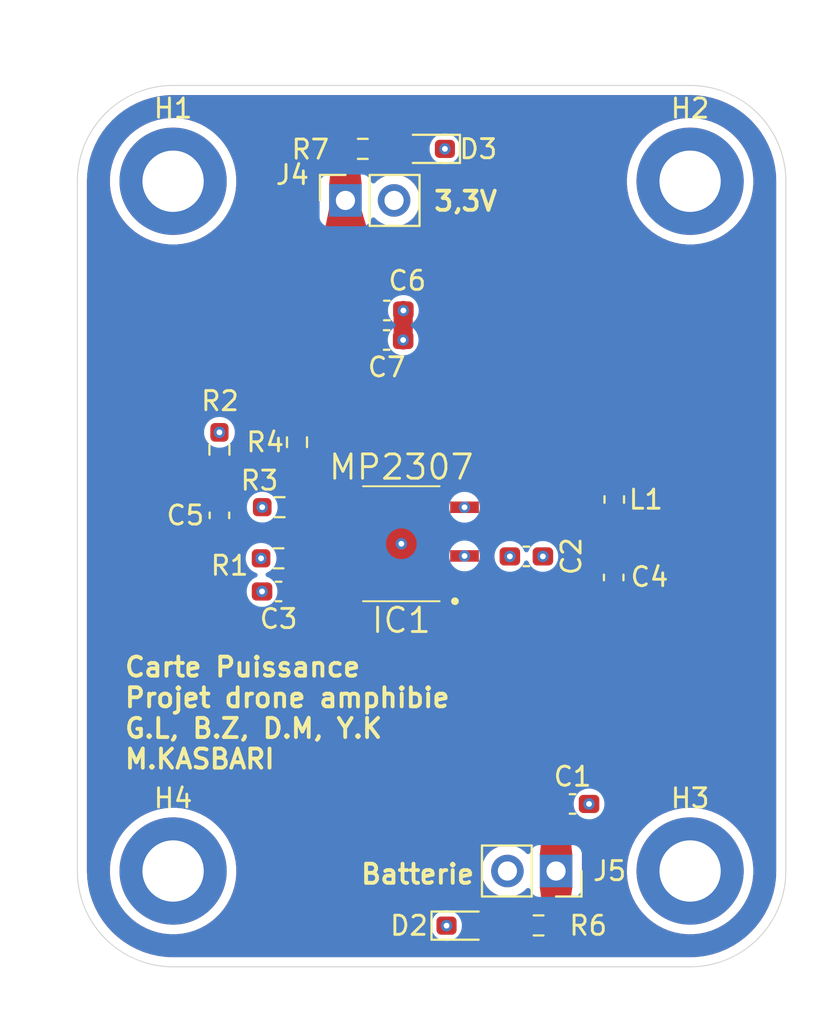
<source format=kicad_pcb>
(kicad_pcb (version 20241229) (generator "pcbnew") (generator_version "9.0")
  (layers (0 "F.Cu" signal) (4 "In1.Cu" signal) (6 "In2.Cu" signal) (2 "B.Cu" signal) (13 "F.Paste" user) (15 "B.Paste" user) (5 "F.SilkS" user "F.Silkscreen") (7 "B.SilkS" user "B.Silkscreen") (1 "F.Mask" user) (3 "B.Mask" user) (25 "Edge.Cuts" user))
  (net 0 "")
  (net 1 "Bat")
  (net 2 "GND")
  (net 3 "Net-(IC1-SS)")
  (net 4 "Net-(IC1-SW)")
  (net 5 "Net-(IC1-BS)")
  (net 6 "Net-(C5-Pad2)")
  (net 7 "Net-(IC1-COMP)")
  (net 8 "3,3V")
  (net 9 "/EN")
  (net 10 "Net-(IC1-FB)")
  (net 11 "Net-(D2-A)")
  (net 12 "Net-(D3-A)")
  (footprint "Capacitor_SMD:C_0603_1608Metric_Pad1.08x0.95mm_HandSolder" (layer "F.Cu") (at 140.86 76.5)
    (property "Reference" "C1" (at 0 -1.43 0) (layer "F.SilkS"))
    (property "Value" "10uF")
    (fp_line (start -0.146267 -0.51) (end 0.146267 -0.51) (stroke (width 0.12)) (layer "F.SilkS"))
    (fp_line (start -0.146267 0.51) (end 0.146267 0.51) (stroke (width 0.12)) (layer "F.SilkS"))
    (pad "1" smd roundrect (at -0.8625 0) (size 1.075 0.95) (layers "F.Cu" "F.Mask" "F.Paste") (net 1 "Bat"))
    (pad "2" smd roundrect (at 0.8625 0) (size 1.075 0.95) (layers "F.Cu" "F.Mask" "F.Paste") (net 2 "GND"))
  )
  (footprint "Diode_SMD:D_0603_1608Metric_Pad1.05x0.95mm_HandSolder" (layer "F.Cu") (at 133.32 42.31 180)
    (property "Reference" "D3" (at -2.62 -0.01 0) (layer "F.SilkS"))
    (property "Value" "D")
    (fp_line (start 0.8 -0.735) (end -1.66 -0.735) (stroke (width 0.12)) (layer "F.SilkS"))
    (fp_line (start -1.66 0.735) (end 0.8 0.735) (stroke (width 0.12)) (layer "F.SilkS"))
    (fp_line (start -1.66 -0.735) (end -1.66 0.735) (stroke (width 0.12)) (layer "F.SilkS"))
    (pad "1" smd roundrect (at -0.874999 0 180) (size 1.05 0.95) (layers "F.Cu" "F.Mask" "F.Paste") (net 2 "GND"))
    (pad "2" smd roundrect (at 0.874999 0 180) (size 1.05 0.95) (layers "F.Cu" "F.Mask" "F.Paste") (net 12 "Net-(D3-A)"))
  )
  (footprint "Capacitor_SMD:C_0603_1608Metric_Pad1.08x0.95mm_HandSolder" (layer "F.Cu") (at 131.1525 52.285)
    (property "Reference" "C7" (at 0 1.42 0) (layer "F.SilkS"))
    (property "Value" "22uF")
    (fp_line (start -0.146267 -0.51) (end 0.146267 -0.51) (stroke (width 0.12)) (layer "F.SilkS"))
    (fp_line (start -0.146267 0.51) (end 0.146267 0.51) (stroke (width 0.12)) (layer "F.SilkS"))
    (pad "1" smd roundrect (at -0.8625 0) (size 1.075 0.95) (layers "F.Cu" "F.Mask" "F.Paste") (net 8 "3,3V"))
    (pad "2" smd roundrect (at 0.8625 0) (size 1.075 0.95) (layers "F.Cu" "F.Mask" "F.Paste") (net 2 "GND"))
  )
  (footprint "Resistor_SMD:R_0603_1608Metric_Pad0.98x0.95mm_HandSolder" (layer "F.Cu") (at 125.5675 61.01 180)
    (property "Reference" "R3" (at 1.0575 1.39 0) (layer "F.SilkS"))
    (property "Value" "10kΩ")
    (fp_line (start -0.254724 0.5225) (end 0.254724 0.5225) (stroke (width 0.12)) (layer "F.SilkS"))
    (fp_line (start -0.254724 -0.5225) (end 0.254724 -0.5225) (stroke (width 0.12)) (layer "F.SilkS"))
    (pad "1" smd roundrect (at -0.9125 0 180) (size 0.975 0.95) (layers "F.Cu" "F.Mask" "F.Paste") (net 10 "Net-(IC1-FB)"))
    (pad "2" smd roundrect (at 0.9125 0 180) (size 0.975 0.95) (layers "F.Cu" "F.Mask" "F.Paste") (net 2 "GND"))
  )
  (footprint "Resistor_SMD:R_0603_1608Metric_Pad0.98x0.95mm_HandSolder" (layer "F.Cu") (at 126.47 57.62 90)
    (property "Reference" "R4" (at 0 -1.66 180) (layer "F.SilkS"))
    (property "Value" "26.1kΩ")
    (fp_line (start -0.254724 -0.5225) (end 0.254724 -0.5225) (stroke (width 0.12)) (layer "F.SilkS"))
    (fp_line (start -0.254724 0.5225) (end 0.254724 0.5225) (stroke (width 0.12)) (layer "F.SilkS"))
    (pad "1" smd roundrect (at -0.9125 0 90) (size 0.975 0.95) (layers "F.Cu" "F.Mask" "F.Paste") (net 10 "Net-(IC1-FB)"))
    (pad "2" smd roundrect (at 0.9125 0 90) (size 0.975 0.95) (layers "F.Cu" "F.Mask" "F.Paste") (net 8 "3,3V"))
  )
  (footprint "Capacitor_SMD:C_0603_1608Metric_Pad1.08x0.95mm_HandSolder" (layer "F.Cu") (at 131.1625 50.745)
    (property "Reference" "C6" (at 1.0675 -1.555 0) (layer "F.SilkS"))
    (property "Value" "22uF")
    (fp_line (start -0.146267 -0.51) (end 0.146267 -0.51) (stroke (width 0.12)) (layer "F.SilkS"))
    (fp_line (start -0.146267 0.51) (end 0.146267 0.51) (stroke (width 0.12)) (layer "F.SilkS"))
    (pad "1" smd roundrect (at -0.8625 0) (size 1.075 0.95) (layers "F.Cu" "F.Mask" "F.Paste") (net 8 "3,3V"))
    (pad "2" smd roundrect (at 0.8625 0) (size 1.075 0.95) (layers "F.Cu" "F.Mask" "F.Paste") (net 2 "GND"))
  )
  (footprint "Diode_SMD:D_0603_1608Metric_Pad1.05x0.95mm_HandSolder" (layer "F.Cu") (at 135.155001 82.85)
    (property "Reference" "D2" (at -2.835001 0 0) (layer "F.SilkS"))
    (property "Value" "D")
    (fp_line (start -1.66 -0.735) (end -1.66 0.735) (stroke (width 0.12)) (layer "F.SilkS"))
    (fp_line (start -1.66 0.735) (end 0.8 0.735) (stroke (width 0.12)) (layer "F.SilkS"))
    (fp_line (start 0.8 -0.735) (end -1.66 -0.735) (stroke (width 0.12)) (layer "F.SilkS"))
    (pad "1" smd roundrect (at -0.874999 0) (size 1.05 0.95) (layers "F.Cu" "F.Mask" "F.Paste") (net 2 "GND"))
    (pad "2" smd roundrect (at 0.874999 0) (size 1.05 0.95) (layers "F.Cu" "F.Mask" "F.Paste") (net 11 "Net-(D2-A)"))
  )
  (footprint "Capacitor_SMD:C_0603_1608Metric_Pad1.08x0.95mm_HandSolder" (layer "F.Cu") (at 125.507499 65.41 180)
    (property "Reference" "C3" (at 0 -1.43 0) (layer "F.SilkS"))
    (property "Value" "0.1uF")
    (fp_line (start -0.146267 0.51) (end 0.146267 0.51) (stroke (width 0.12)) (layer "F.SilkS"))
    (fp_line (start -0.146267 -0.51) (end 0.146267 -0.51) (stroke (width 0.12)) (layer "F.SilkS"))
    (pad "1" smd roundrect (at -0.862501 0 180) (size 1.075 0.95) (layers "F.Cu" "F.Mask" "F.Paste") (net 3 "Net-(IC1-SS)"))
    (pad "2" smd roundrect (at 0.862501 0 180) (size 1.075 0.95) (layers "F.Cu" "F.Mask" "F.Paste") (net 2 "GND"))
  )
  (footprint "Capacitor_SMD:C_0603_1608Metric_Pad1.08x0.95mm_HandSolder" (layer "F.Cu") (at 143.01 64.68 -90)
    (property "Reference" "C4" (at -0.03 -1.87 180) (layer "F.SilkS"))
    (property "Value" "10nF")
    (fp_line (start -0.146267 0.51) (end 0.146267 0.51) (stroke (width 0.12)) (layer "F.SilkS"))
    (fp_line (start -0.146267 -0.51) (end 0.146267 -0.51) (stroke (width 0.12)) (layer "F.SilkS"))
    (pad "1" smd roundrect (at -0.862501 0 270) (size 1.075 0.95) (layers "F.Cu" "F.Mask" "F.Paste") (net 4 "Net-(IC1-SW)"))
    (pad "2" smd roundrect (at 0.862501 0 270) (size 1.075 0.95) (layers "F.Cu" "F.Mask" "F.Paste") (net 5 "Net-(IC1-BS)"))
  )
  (footprint "MountingHole:MountingHole_3.2mm_M3_DIN965_Pad" (layer "F.Cu") (at 120 44)
    (property "Reference" "H1" (at 0 -3.8 0) (layer "F.SilkS"))
    (property "Value" "MountingHole_Pad")
    (pad "1" thru_hole circle (at 0 0) (size 5.6 5.6) (drill 3.2) (layers "*.Cu" "*.Mask") (net 2 "GND"))
  )
  (footprint "Connector_PinSocket_2.54mm:PinSocket_1x02_P2.54mm_Vertical" (layer "F.Cu") (at 140 80 -90)
    (property "Reference" "J5" (at 0 -2.8 180) (layer "F.SilkS"))
    (property "Value" "Conn_01x02_Pin")
    (fp_line (start -1.33 3.87) (end 1.33 3.87) (stroke (width 0.12)) (layer "F.SilkS"))
    (fp_line (start -1.33 1.270001) (end -1.33 3.87) (stroke (width 0.12)) (layer "F.SilkS"))
    (fp_line (start -1.33 1.270001) (end 1.33 1.270001) (stroke (width 0.12)) (layer "F.SilkS"))
    (fp_line (start 1.33 1.270001) (end 1.33 3.87) (stroke (width 0.12)) (layer "F.SilkS"))
    (fp_line (start 0 -1.33) (end 1.33 -1.33) (stroke (width 0.12)) (layer "F.SilkS"))
    (fp_line (start 1.33 -1.33) (end 1.33 0) (stroke (width 0.12)) (layer "F.SilkS"))
    (pad "1" thru_hole rect (at 0 0 270) (size 1.7 1.7) (drill 1) (layers "*.Cu" "*.Mask") (net 1 "Bat"))
    (pad "2" thru_hole oval (at 0 2.54 270) (size 1.7 1.7) (drill 1) (layers "*.Cu" "*.Mask") (net 2 "GND"))
  )
  (footprint "Capacitor_SMD:C_0603_1608Metric_Pad1.08x0.95mm_HandSolder" (layer "F.Cu") (at 138.45 63.579999)
    (property "Reference" "C2" (at 2.35 -0.01 90) (layer "F.SilkS"))
    (property "Value" "10uf")
    (fp_line (start -0.146267 -0.51) (end 0.146267 -0.51) (stroke (width 0.12)) (layer "F.SilkS"))
    (fp_line (start -0.146267 0.51) (end 0.146267 0.51) (stroke (width 0.12)) (layer "F.SilkS"))
    (pad "1" smd roundrect (at -0.862501 0) (size 1.075 0.95) (layers "F.Cu" "F.Mask" "F.Paste") (net 1 "Bat"))
    (pad "2" smd roundrect (at 0.862501 0) (size 1.075 0.95) (layers "F.Cu" "F.Mask" "F.Paste") (net 2 "GND"))
  )
  (footprint "Resistor_SMD:R_0603_1608Metric_Pad0.98x0.95mm_HandSolder" (layer "F.Cu") (at 139.0875 82.84)
    (property "Reference" "R6" (at 2.5925 0.01 0) (layer "F.SilkS"))
    (property "Value" "4.7k")
    (fp_line (start -0.254724 -0.5225) (end 0.254724 -0.5225) (stroke (width 0.12)) (layer "F.SilkS"))
    (fp_line (start -0.254724 0.5225) (end 0.254724 0.5225) (stroke (width 0.12)) (layer "F.SilkS"))
    (pad "1" smd roundrect (at -0.9125 0) (size 0.975 0.95) (layers "F.Cu" "F.Mask" "F.Paste") (net 11 "Net-(D2-A)"))
    (pad "2" smd roundrect (at 0.9125 0) (size 0.975 0.95) (layers "F.Cu" "F.Mask" "F.Paste") (net 1 "Bat"))
  )
  (footprint "Resistor_SMD:R_0603_1608Metric_Pad0.98x0.95mm_HandSolder" (layer "F.Cu") (at 125.507501 63.68)
    (property "Reference" "R1" (at -2.557501 0.38 0) (layer "F.SilkS"))
    (property "Value" "100kΩ")
    (fp_line (start -0.254724 -0.5225) (end 0.254724 -0.5225) (stroke (width 0.12)) (layer "F.SilkS"))
    (fp_line (start -0.254724 0.5225) (end 0.254724 0.5225) (stroke (width 0.12)) (layer "F.SilkS"))
    (pad "1" smd roundrect (at -0.9125 0) (size 0.975 0.95) (layers "F.Cu" "F.Mask" "F.Paste") (net 1 "Bat"))
    (pad "2" smd roundrect (at 0.9125 0) (size 0.975 0.95) (layers "F.Cu" "F.Mask" "F.Paste") (net 9 "/EN"))
  )
  (footprint "Library:MP2307DN" (layer "F.Cu") (at 131.92 62.92 180)
    (property "Reference" "IC1" (at 0 -4 0) (layer "F.SilkS") (effects (font (size 1.27 1.27))))
    (property "Value" "MP2307" (at 0 4 0) (layer "F.SilkS") (effects (font (size 1.27 1.27))))
    (fp_line (start -2 3) (end 2 3) (stroke (width 0.1)) (layer "F.SilkS"))
    (fp_line (start -2 -3) (end 2 -3) (stroke (width 0.1)) (layer "F.SilkS"))
    (fp_circle (center -2.8 -3) (end -2.6 -3) (fill yes) (layer "F.SilkS"))
    (pad "1" smd rect (at -3.3 -1.905 180) (size 1.5 0.6) (layers "F.Cu" "F.Mask" "F.Paste") (net 5 "Net-(IC1-BS)"))
    (pad "2" smd rect (at -3.3 -0.635 180) (size 1.5 0.6) (layers "F.Cu" "F.Mask" "F.Paste") (net 1 "Bat"))
    (pad "3" smd rect (at -3.3 0.635 180) (size 1.5 0.6) (layers "F.Cu" "F.Mask" "F.Paste") (net 4 "Net-(IC1-SW)"))
    (pad "4" smd rect (at -3.3 1.905 180) (size 1.5 0.6) (layers "F.Cu" "F.Mask" "F.Paste") (net 2 "GND"))
    (pad "4" smd rect (at 0 0 180) (size 2.6 3.5) (layers "F.Cu" "F.Mask" "F.Paste") (net 2 "GND"))
    (pad "5" smd rect (at 3.3 1.905 180) (size 1.5 0.6) (layers "F.Cu" "F.Mask" "F.Paste") (net 10 "Net-(IC1-FB)"))
    (pad "6" smd rect (at 3.3 0.635 180) (size 1.5 0.6) (layers "F.Cu" "F.Mask" "F.Paste") (net 7 "Net-(IC1-COMP)"))
    (pad "7" smd rect (at 3.3 -0.635 180) (size 1.5 0.6) (layers "F.Cu" "F.Mask" "F.Paste") (net 9 "/EN"))
    (pad "8" smd rect (at 3.3 -1.905 180) (size 1.5 0.6) (layers "F.Cu" "F.Mask" "F.Paste") (net 3 "Net-(IC1-SS)"))
  )
  (footprint "Resistor_SMD:R_0603_1608Metric_Pad0.98x0.95mm_HandSolder" (layer "F.Cu") (at 122.42 58.017499 90)
    (property "Reference" "R2" (at 2.547499 0.03 180) (layer "F.SilkS"))
    (property "Value" "6.8kΩ")
    (fp_line (start -0.254724 -0.5225) (end 0.254724 -0.5225) (stroke (width 0.12)) (layer "F.SilkS"))
    (fp_line (start -0.254724 0.5225) (end 0.254724 0.5225) (stroke (width 0.12)) (layer "F.SilkS"))
    (pad "1" smd roundrect (at -0.9125 0 90) (size 0.975 0.95) (layers "F.Cu" "F.Mask" "F.Paste") (net 6 "Net-(C5-Pad2)"))
    (pad "2" smd roundrect (at 0.9125 0 90) (size 0.975 0.95) (layers "F.Cu" "F.Mask" "F.Paste") (net 2 "GND"))
  )
  (footprint "Connector_PinSocket_2.54mm:PinSocket_1x02_P2.54mm_Vertical" (layer "F.Cu") (at 129 45 90)
    (property "Reference" "J4" (at 1.33 -2.77 180) (layer "F.SilkS"))
    (property "Value" "Conn_01x02_Pin")
    (fp_line (start 1.33 -1.33) (end 1.33 0) (stroke (width 0.12)) (layer "F.SilkS"))
    (fp_line (start 0 -1.33) (end 1.33 -1.33) (stroke (width 0.12)) (layer "F.SilkS"))
    (fp_line (start 1.33 1.27) (end 1.33 3.87) (stroke (width 0.12)) (layer "F.SilkS"))
    (fp_line (start -1.33 1.27) (end 1.33 1.27) (stroke (width 0.12)) (layer "F.SilkS"))
    (fp_line (start -1.33 1.27) (end -1.33 3.87) (stroke (width 0.12)) (layer "F.SilkS"))
    (fp_line (start -1.33 3.87) (end 1.33 3.87) (stroke (width 0.12)) (layer "F.SilkS"))
    (pad "1" thru_hole rect (at 0 0 90) (size 1.7 1.7) (drill 1) (layers "*.Cu" "*.Mask") (net 8 "3,3V"))
    (pad "2" thru_hole oval (at 0 2.54 90) (size 1.7 1.7) (drill 1) (layers "*.Cu" "*.Mask") (net 2 "GND"))
  )
  (footprint "MountingHole:MountingHole_3.2mm_M3_DIN965_Pad" (layer "F.Cu") (at 147 80)
    (property "Reference" "H3" (at 0 -3.8 0) (layer "F.SilkS"))
    (property "Value" "MountingHole_Pad")
    (pad "1" thru_hole circle (at 0 0) (size 5.6 5.6) (drill 3.2) (layers "*.Cu" "*.Mask") (net 2 "GND"))
  )
  (footprint "Resistor_SMD:R_0603_1608Metric_Pad0.98x0.95mm_HandSolder" (layer "F.Cu") (at 129.9075 42.31 180)
    (property "Reference" "R7" (at 2.7375 -0.03 0) (layer "F.SilkS"))
    (property "Value" "1k")
    (fp_line (start -0.254724 0.5225) (end 0.254724 0.5225) (stroke (width 0.12)) (layer "F.SilkS"))
    (fp_line (start -0.254724 -0.5225) (end 0.254724 -0.5225) (stroke (width 0.12)) (layer "F.SilkS"))
    (pad "1" smd roundrect (at -0.9125 0 180) (size 0.975 0.95) (layers "F.Cu" "F.Mask" "F.Paste") (net 12 "Net-(D3-A)"))
    (pad "2" smd roundrect (at 0.9125 0 180) (size 0.975 0.95) (layers "F.Cu" "F.Mask" "F.Paste") (net 8 "3,3V"))
  )
  (footprint "MountingHole:MountingHole_3.2mm_M3_DIN965_Pad" (layer "F.Cu") (at 147 44)
    (property "Reference" "H2" (at 0 -3.8 0) (layer "F.SilkS"))
    (property "Value" "MountingHole_Pad")
    (pad "1" thru_hole circle (at 0 0) (size 5.6 5.6) (drill 3.2) (layers "*.Cu" "*.Mask") (net 2 "GND"))
  )
  (footprint "Capacitor_SMD:C_0603_1608Metric_Pad1.08x0.95mm_HandSolder" (layer "F.Cu") (at 122.42 61.4375 90)
    (property "Reference" "C5" (at 0 -1.78 180) (layer "F.SilkS"))
    (property "Value" "3.9nF")
    (fp_line (start -0.146267 -0.51) (end 0.146267 -0.51) (stroke (width 0.12)) (layer "F.SilkS"))
    (fp_line (start -0.146267 0.51) (end 0.146267 0.51) (stroke (width 0.12)) (layer "F.SilkS"))
    (pad "1" smd roundrect (at -0.862501 0 90) (size 1.075 0.95) (layers "F.Cu" "F.Mask" "F.Paste") (net 7 "Net-(IC1-COMP)"))
    (pad "2" smd roundrect (at 0.862501 0 90) (size 1.075 0.95) (layers "F.Cu" "F.Mask" "F.Paste") (net 6 "Net-(C5-Pad2)"))
  )
  (footprint "Inductor_SMD:L_0603_1608Metric_Pad1.05x0.95mm_HandSolder" (layer "F.Cu") (at 143.04 60.61 -90)
    (property "Reference" "L1" (at 0 -1.65 0) (layer "F.SilkS"))
    (property "Value" "10uH")
    (fp_line (start -0.171268 0.51) (end 0.171268 0.51) (stroke (width 0.12)) (layer "F.SilkS"))
    (fp_line (start -0.171268 -0.51) (end 0.171268 -0.51) (stroke (width 0.12)) (layer "F.SilkS"))
    (pad "1" smd roundrect (at -0.874999 0 270) (size 1.05 0.95) (layers "F.Cu" "F.Mask" "F.Paste") (net 8 "3,3V"))
    (pad "2" smd roundrect (at 0.874999 0 270) (size 1.05 0.95) (layers "F.Cu" "F.Mask" "F.Paste") (net 4 "Net-(IC1-SW)"))
  )
  (footprint "MountingHole:MountingHole_3.2mm_M3_DIN965_Pad" (layer "F.Cu") (at 120 80)
    (property "Reference" "H4" (at 0 -3.8 0) (layer "F.SilkS"))
    (property "Value" "MountingHole_Pad")
    (pad "1" thru_hole circle (at 0 0) (size 5.6 5.6) (drill 3.2) (layers "*.Cu" "*.Mask") (net 2 "GND"))
  )
  (gr_poly (pts (xy 139.25 80.85) (xy 140.75 80.85) (xy 140.42 83.22) (xy 139.59 83.22)) (stroke (width 0.2)) (fill yes) (layer "F.Cu") (net 1))
  (gr_poly (pts (xy 128.033388 60.716508) (xy 126.769718 59.479725) (xy 126.94 60.6)) (stroke (width 0.2)) (fill yes) (layer "F.Cu") (net 10))
  (gr_poly (pts (xy 130.43 41.92) (xy 132.89 41.92) (xy 132.89 42.71) (xy 130.43 42.71)) (stroke (width 0.2)) (fill yes) (layer "F.Cu") (net 12))
  (gr_poly (pts (xy 134.51 62.04) (xy 143.49 61.03) (xy 143.49 62.13) (xy 134.51 62.57)) (stroke (width 0.2)) (fill yes) (layer "F.Cu") (net 4))
  (gr_poly (pts (xy 128.27 45.34) (xy 126.06 55.99) (xy 137.41 60.16) (xy 137.62 59.32) (xy 130.93 52.9) (xy 130.786731 48.950593) (xy 129.7 45.39)) (stroke (width 0.2)) (fill yes) (layer "F.Cu") (net 8))
  (gr_poly (pts (xy 139.25 79.15) (xy 140.75 79.15) (xy 140.43 76.09) (xy 139.57 76.09)) (stroke (width 0.2)) (fill yes) (layer "F.Cu") (net 1))
  (gr_poly (pts (xy 135.6 82.46) (xy 138.6 82.45) (xy 138.6 83.23) (xy 135.6 83.23)) (stroke (width 0.2)) (fill yes) (layer "F.Cu") (net 11))
  (gr_poly (pts (xy 140.975 62.1) (xy 142.77 63.08) (xy 143.37 61.86)) (stroke (width 0.2)) (fill yes) (layer "F.Cu") (net 4))
  (gr_poly (pts (xy 122.04 61.02) (xy 122.81 61.02) (xy 122.81 58.52) (xy 122.03 58.52)) (stroke (width 0.2)) (fill yes) (layer "F.Cu") (net 6))
  (gr_poly (pts (xy 129.32 63.28) (xy 126 63.28) (xy 126 64.08) (xy 126.99 64.08) (xy 129.32 63.88)) (stroke (width 0.2)) (fill yes) (layer "F.Cu") (net 9))
  (gr_poly (pts (xy 129.32 60.766071) (xy 126.09 60.616071) (xy 126.09 61.4) (xy 126.86 61.4) (xy 129.32 61.24)) (stroke (width 0.2)) (fill yes) (layer "F.Cu") (net 10))
  (gr_poly (pts (xy 126.09 58.11) (xy 126.87 58.12) (xy 126.86 61.4) (xy 126.09 61.4)) (stroke (width 0.2)) (fill yes) (layer "F.Cu") (net 10))
  (gr_poly (pts (xy 129.3 62.04) (xy 122.03 61.84) (xy 122.03 62.77) (xy 129.3 62.56)) (stroke (width 0.2)) (fill yes) (layer "F.Cu") (net 7))
  (gr_poly (pts (xy 126.06 57.06) (xy 137.41 60.16) (xy 126.06 55.99)) (stroke (width 0.2)) (fill yes) (layer "F.Cu") (net 8))
  (gr_poly (pts (xy 128.25 44.15) (xy 128.51 41.85) (xy 129.48 41.85) (xy 129.75 44.15)) (stroke (width 0.2)) (fill yes) (layer "F.Cu") (net 8))
  (gr_poly (pts (xy 143.45 60.17) (xy 137.41 60.16) (xy 131.43 53.32) (xy 143.45 59.35)) (stroke (width 0.2)) (fill yes) (layer "F.Cu") (net 8))
  (gr_poly (pts (xy 134.53 64.54) (xy 143.43 65.04) (xy 143.43 66.07) (xy 134.53 65.17)) (stroke (width 0.2)) (fill yes) (layer "F.Cu") (net 5))
  (gr_poly (pts (xy 142.61 61.03) (xy 143.49 61.03) (xy 143.49 64.31) (xy 142.61 64.31)) (stroke (width 0.2)) (fill yes) (layer "F.Cu") (net 4))
  (gr_poly (pts (xy 127.91 64.53) (xy 125.91 65.03) (xy 125.91 65.81) (xy 126.75 65.81) (xy 129.34 65.09) (xy 129.34 64.52)) (stroke (width 0.2)) (fill yes) (layer "F.Cu") (net 3))
  (gr_poly (pts (xy 142.61 61.03) (xy 134.51 62.04) (xy 143.49 62.13)) (stroke (width 0.2)) (fill yes) (layer "F.Cu") (net 4))
  (gr_arc (start 152 80) (mid 150.535534 83.535534) (end 147 85) (stroke (width 0.05)) (layer "Edge.Cuts"))
  (gr_line (start 120 39) (end 147 39) (stroke (width 0.05)) (layer "Edge.Cuts"))
  (gr_line (start 147 85) (end 120 85) (stroke (width 0.05)) (layer "Edge.Cuts"))
  (gr_arc (start 120 85) (mid 116.464466 83.535534) (end 115 80) (stroke (width 0.05)) (layer "Edge.Cuts"))
  (gr_arc (start 115 44) (mid 116.464466 40.464466) (end 120 39) (stroke (width 0.05)) (layer "Edge.Cuts"))
  (gr_line (start 152 44) (end 152 80) (stroke (width 0.05)) (layer "Edge.Cuts"))
  (gr_line (start 115 80) (end 115 44) (stroke (width 0.05)) (layer "Edge.Cuts"))
  (gr_arc (start 147 39) (mid 150.535534 40.464466) (end 152 44) (stroke (width 0.05)) (layer "Edge.Cuts"))
  (gr_text "G.L, B.Z, D.M, Y.K" (at 117.38 73.14 0) (layer "F.SilkS") (effects (font (size 1 1) (thickness 0.2) (bold yes)) (justify left bottom)))
  (gr_text "Batterie" (at 129.71 80.75 0) (layer "F.SilkS") (effects (font (size 1 1) (thickness 0.2) (bold yes)) (justify left bottom)))
  (gr_text "Projet drone amphibie" (at 117.38 71.54 0) (layer "F.SilkS") (effects (font (size 1 1) (thickness 0.2) (bold yes)) (justify left bottom)))
  (gr_text "3,3V" (at 133.525 45.625 0) (layer "F.SilkS") (effects (font (size 1 1) (thickness 0.2) (bold yes)) (justify left bottom)))
  (gr_text "Carte Puissance" (at 117.38 69.94 0) (layer "F.SilkS") (effects (font (size 1 1) (thickness 0.2) (bold yes)) (justify left bottom)))
  (gr_text "M.KASBARI" (at 117.38 74.74 0) (layer "F.SilkS") (effects (font (size 1 1) (thickness 0.2) (bold yes)) (justify left bottom)))
  (via (at 135.220001 63.555) (size 0.6) (drill 0.3) (layers "F.Cu" "B.Cu") (net 1))
  (via (at 137.587499 63.579999) (size 0.6) (drill 0.3) (layers "F.Cu" "B.Cu") (net 1))
  (via (at 124.595001 63.68) (size 0.6) (drill 0.3) (layers "F.Cu" "B.Cu") (net 1))
  (segment (start 132.025 50.745) (end 132.015 50.755) (width 1) (layer "F.Cu") (net 2))
  (segment (start 132.015 50.755) (end 132.015 52.285) (width 1) (layer "F.Cu") (net 2))
  (via (at 122.42 57.104999) (size 0.6) (drill 0.3) (layers "F.Cu" "B.Cu") (net 2))
  (via (at 124.655 61.01) (size 0.6) (drill 0.3) (layers "F.Cu" "B.Cu") (net 2))
  (via (at 134.194999 42.31) (size 0.6) (drill 0.3) (layers "F.Cu" "B.Cu") (net 2))
  (via (at 124.644998 65.409999) (size 0.6) (drill 0.3) (layers "F.Cu" "B.Cu") (net 2))
  (via (at 131.92 62.92) (size 0.6) (drill 0.3) (layers "F.Cu" "B.Cu") (net 2))
  (via (at 141.7225 76.5) (size 0.6) (drill 0.3) (layers "F.Cu" "B.Cu") (net 2))
  (via (at 132.015 52.285) (size 0.6) (drill 0.3) (layers "F.Cu" "B.Cu") (net 2))
  (via (at 139.312501 63.58) (size 0.6) (drill 0.3) (layers "F.Cu" "B.Cu") (net 2))
  (via (at 132.025 50.745) (size 0.6) (drill 0.3) (layers "F.Cu" "B.Cu") (net 2))
  (via (at 134.280002 82.85) (size 0.6) (drill 0.3) (layers "F.Cu" "B.Cu") (net 2))
  (via (at 135.220001 61.015) (size 0.6) (drill 0.3) (layers "F.Cu" "B.Cu") (net 2))
  (segment (start 126.42 65.36) (end 126.370001 65.409999) (width 0.2) (layer "F.Cu") (net 3))
  (segment (start 143.039998 63.787501) (end 143.010001 63.817499) (width 0.5) (layer "F.Cu") (net 4))
  (segment (start 143.01 61.514999) (end 143.04 61.484999) (width 0.5) (layer "F.Cu") (net 4))
  (segment (start 122.435 62.285) (end 122.42 62.3) (width 0.2) (layer "F.Cu") (net 7))
  (segment (start 128.605 62.3) (end 128.62 62.285) (width 0.2) (layer "F.Cu") (net 7))
  (segment (start 130.29 52.572742) (end 130.29 52.285) (width 1) (layer "F.Cu") (net 8))
  (segment (start 126.47 56.7075) (end 126.47 56.105) (width 1) (layer "F.Cu") (net 8))
  (segment (start 129.01 45.01) (end 129 45) (width 1) (layer "F.Cu") (net 8))
  (segment (start 130.3 50.745) (end 130.3 52.275) (width 1) (layer "F.Cu") (net 8))
  (segment (start 130.2975 50.7475) (end 130.3 50.745) (width 1) (layer "F.Cu") (net 8))
  (segment (start 130.3 52.275) (end 130.29 52.285) (width 1) (layer "F.Cu") (net 8))
  (segment (start 126.545 63.555) (end 126.420001 63.68) (width 0.5) (layer "F.Cu") (net 9))
  (segment (start 128.615 61.01) (end 128.62 61.015) (width 0.5) (layer "F.Cu") (net 10))
  (segment (start 126.48 58.5425) (end 126.47 58.5325) (width 0.5) (layer "F.Cu") (net 10))
  (segment (start 136.04 82.84) (end 136.03 82.85) (width 0.5) (layer "F.Cu") (net 11))
  (zone (net 0) (net_name "") (layer "F.Cu") (connect_pads (clearance 0.5)) (min_thickness 0.25) (fill yes (thermal_gap 0.5) (thermal_bridge_width 0.5) (island_removal_mode 1) (island_area_min 10))
    (polygon (pts (xy 113.02 35.46) (xy 154.16 35.25) (xy 154.73 88) (xy 111.11 87.65)))
  )
  (zone (net 0) (net_name "") (layer "B.Cu") (priority 1) (connect_pads (clearance 0.5)) (min_thickness 0.25) (fill yes (thermal_gap 0.5) (thermal_bridge_width 0.5) (island_removal_mode 1) (island_area_min 10))
    (polygon (pts (xy 113.94 34.54) (xy 154.16 35.25) (xy 154.73 88) (xy 111.11 87.65)))
  )
)
</source>
